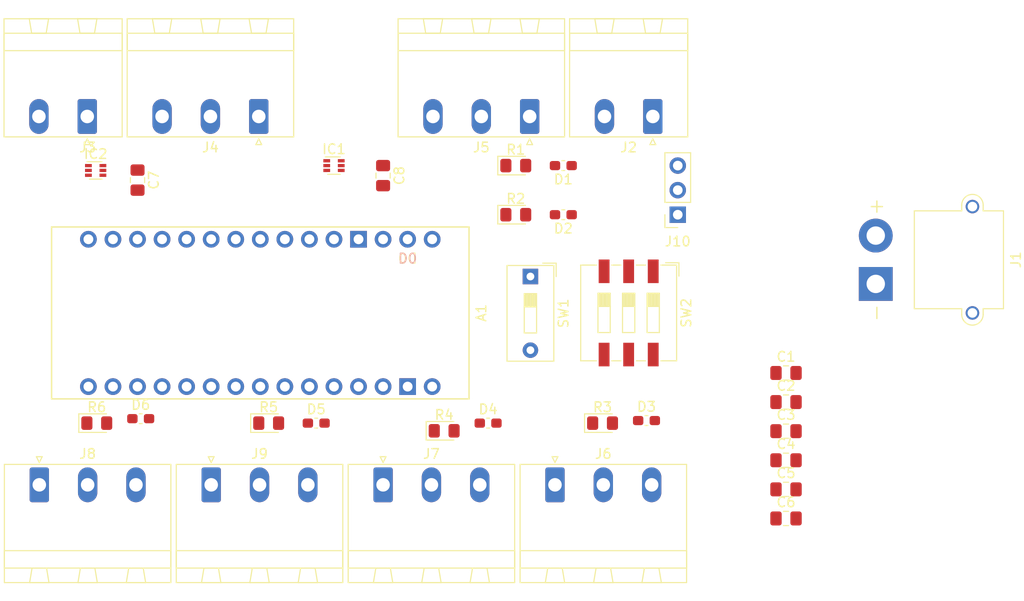
<source format=kicad_pcb>
(kicad_pcb (version 20221018) (generator pcbnew)
  (layers (0 "F.Cu" signal) (31 "B.Cu" signal) (34 "B.Paste" user) (35 "F.Paste" user) (36 "B.SilkS" user "B.Silkscreen") (37 "F.SilkS" user "F.Silkscreen") (38 "B.Mask" user) (39 "F.Mask" user) (44 "Edge.Cuts" user))
  (net 0 "")
  (net 1 "Arduino3.3V")
  (net 3 "DIST_R_INT")
  (net 4 "DIST_RM_INT")
  (net 5 "DIST_LM_INT")
  (net 6 "DIST_L_INT")
  (net 15 "MDC1_2")
  (net 16 "MDC1_1")
  (net 17 "LF_INT")
  (net 18 "PS1")
  (net 19 "PS2")
  (net 20 "PS3")
  (net 21 "START_SIGNAL")
  (net 23 "RF_INT")
  (net 24 "MDC2_2")
  (net 25 "MDC2_1")
  (net 26 "GND")
  (net 28 "ArduinoVIN")
  (net 29 "Net-(J1-Pin_1)")
  (net 30 "Net-(IC1-OUT2)")
  (net 31 "Net-(IC1-OUT1)")
  (net 32 "Net-(IC2-OUT2)")
  (net 33 "Net-(IC2-OUT1)")
  (net 34 "Net-(D2-A)")
  (net 35 "Net-(SW1-A)")
  (net 36 "Net-(D1-A)")
  (net 37 "Net-(D3-A)")
  (net 38 "Net-(D4-A)")
  (net 39 "Net-(D5-A)")
  (net 40 "Net-(D6-A)")
  (footprint "Capacitor_SMD:C_0805_2012Metric_Pad1.18x1.45mm_HandSolder" (layer "F.Cu") (at 128.0375 64.44)
    (fp_text reference "C6" (at 0 -1.68) (layer "F.SilkS"))
    (fp_text value "0.1uf")
    (pad "1" smd roundrect (at -1.0375 0) (size 1.175 1.45) (layers "F.Cu" "F.Paste" "F.Mask") (roundrect_rratio 0.212766) (net 1 "Arduino3.3V"))
    (pad "2" smd roundrect (at 1.0375 0) (size 1.175 1.45) (layers "F.Cu" "F.Paste" "F.Mask") (roundrect_rratio 0.212766) (net 26 "GND"))
  )
  (footprint "Capacitor_SMD:C_0603_1608Metric_Pad1.08x0.95mm_HandSolder" (layer "F.Cu") (at 105.0025 33.02 180)
    (fp_text reference "D2" (at 0 -1.43) (layer "F.SilkS"))
    (fp_text value "GREEN")
    (pad "1" smd roundrect (at -0.8625 0 180) (size 1.075 0.95) (layers "F.Cu" "F.Paste" "F.Mask") (net 26 "GND"))
    (pad "2" smd roundrect (at 0.8625 0 180) (size 1.075 0.95) (layers "F.Cu" "F.Paste" "F.Mask") (net 34 "Net-(D2-A)"))
  )
  (footprint "PCM_arduino-library:Arduino_Nano_ESP32_Socket" (layer "F.Cu") (at 52.07 43.18 -90)
    (fp_text reference "A1" (at 0 -44.45 90) (layer "F.SilkS"))
    (fp_text value "Arduino_Nano_ESP32_Socket")
    (fp_text user "D0" (at -5.715 -36.83 -180 unlocked) (layer "B.SilkS") (effects (justify mirror)))
    (fp_text user "D0" (at -5.715 -36.83 -180 unlocked) (layer "F.SilkS"))
    (pad "" np_thru_hole circle (at -7.62 -41.91 270) (size 1.8 1.8) (drill 1.8) (layers "F&B.Cu" "*.Mask"))
    (pad "" np_thru_hole circle (at -7.62 -1.27 270) (size 1.8 1.8) (drill 1.8) (layers "F&B.Cu" "*.Mask"))
    (pad "" np_thru_hole circle (at 7.62 -41.91 270) (size 1.8 1.8) (drill 1.8) (layers "F&B.Cu" "*.Mask"))
    (pad "" np_thru_hole circle (at 7.62 -1.27 270) (size 1.8 1.8) (drill 1.8) (layers "F&B.Cu" "*.Mask"))
    (pad "3V3" thru_hole circle (at 7.62 -6.35 270) (size 1.7272 1.7272) (drill 1.016) (layers "*.Cu" "*.Mask") (net 1 "Arduino3.3V"))
    (pad "5V" thru_hole circle (at 7.62 -31.75 270) (size 1.7272 1.7272) (drill 1.016) (layers "*.Cu" "*.Mask"))
    (pad "A0" thru_hole circle (at 7.62 -11.43 270) (size 1.7272 1.7272) (drill 1.016) (layers "*.Cu" "*.Mask") (net 3 "DIST_R_INT"))
    (pad "A1" thru_hole circle (at 7.62 -13.97 270) (size 1.7272 1.7272) (drill 1.016) (layers "*.Cu" "*.Mask") (net 4 "DIST_RM_INT"))
    (pad "A2" thru_hole circle (at 7.62 -16.51 270) (size 1.7272 1.7272) (drill 1.016) (layers "*.Cu" "*.Mask") (net 5 "DIST_LM_INT"))
    (pad "A3" thru_hole circle (at 7.62 -19.05 270) (size 1.7272 1.7272) (drill 1.016) (layers "*.Cu" "*.Mask") (net 6 "DIST_L_INT"))
    (pad "A4" thru_hole circle (at 7.62 -21.59 270) (size 1.7272 1.7272) (drill 1.016) (layers "*.Cu" "*.Mask"))
    (pad "A5" thru_hole circle (at 7.62 -24.13 270) (size 1.7272 1.7272) (drill 1.016) (layers "*.Cu" "*.Mask"))
    (pad "A6" thru_hole circle (at 7.62 -26.67 270) (size 1.7272 1.7272) (drill 1.016) (layers "*.Cu" "*.Mask"))
    (pad "A7" thru_hole circle (at 7.62 -29.21 270) (size 1.7272 1.7272) (drill 1.016) (layers "*.Cu" "*.Mask"))
    (pad "B0" thru_hole circle (at 7.62 -8.89 270) (size 1.7272 1.7272) (drill 1.016) (layers "*.Cu" "*.Mask"))
    (pad "B1" thru_hole circle (at 7.62 -34.29 270) (size 1.7272 1.7272) (drill 1.016) (layers "*.Cu" "*.Mask"))
    (pad "D0" thru_hole circle (at -7.62 -36.83 270) (size 1.7272 1.7272) (drill 1.016) (layers "*.Cu" "*.Mask"))
    (pad "D1" thru_hole circle (at -7.62 -39.37 270) (size 1.7272 1.7272) (drill 1.016) (layers "*.Cu" "*.Mask"))
    (pad "D2" thru_hole circle (at -7.62 -29.21 270) (size 1.7272 1.7272) (drill 1.016) (layers "*.Cu" "*.Mask") (net 15 "MDC1_2"))
    (pad "D3" thru_hole circle (at -7.62 -26.67 270) (size 1.7272 1.7272) (drill 1.016) (layers "*.Cu" "*.Mask") (net 16 "MDC1_1"))
    (pad "D4" thru_hole circle (at -7.62 -24.13 270) (size 1.7272 1.7272) (drill 1.016) (layers "*.Cu" "*.Mask") (net 17 "LF_INT"))
    (pad "D5" thru_hole circle (at -7.62 -21.59 270) (size 1.7272 1.7272) (drill 1.016) (layers "*.Cu" "*.Mask") (net 18 "PS1"))
    (pad "D6" thru_hole circle (at -7.62 -19.05 270) (size 1.7272 1.7272) (drill 1.016) (layers "*.Cu" "*.Mask") (net 19 "PS2"))
    (pad "D7" thru_hole circle (at -7.62 -16.51 270) (size 1.7272 1.7272) (drill 1.016) (layers "*.Cu" "*.Mask") (net 20 "PS3"))
    (pad "D8" thru_hole circle (at -7.62 -13.97 270) (size 1.7272 1.7272) (drill 1.016) (layers "*.Cu" "*.Mask") (net 21 "START_SIGNAL"))
    (pad "D9" thru_hole circle (at -7.62 -11.43 270) (size 1.7272 1.7272) (drill 1.016) (layers "*.Cu" "*.Mask"))
    (pad "D10" thru_hole circle (at -7.62 -8.89 270) (size 1.7272 1.7272) (drill 1.016) (layers "*.Cu" "*.Mask") (net 23 "RF_INT"))
    (pad "D11" thru_hole circle (at -7.62 -6.35 270) (size 1.7272 1.7272) (drill 1.016) (layers "*.Cu" "*.Mask") (net 24 "MDC2_2"))
    (pad "D12" thru_hole circle (at -7.62 -3.81 270) (size 1.7272 1.7272) (drill 1.016) (layers "*.Cu" "*.Mask") (net 25 "MDC2_1"))
    (pad "D13" thru_hole circle (at 7.62 -3.81 270) (size 1.7272 1.7272) (drill 1.016) (layers "*.Cu" "*.Mask"))
    (pad "GND1" thru_hole rect (at -7.62 -31.75 270) (size 1.7272 1.7272) (drill 1.016) (layers "*.Cu" "*.Mask") (net 26 "GND"))
    (pad "GND2" thru_hole rect (at 7.62 -36.83 270) (size 1.7272 1.7272) (drill 1.016) (layers "*.Cu" "*.Mask") (net 26 "GND"))
    (pad "RST" thru_hole circle (at -7.62 -34.29 270) (size 1.7272 1.7272) (drill 1.016) (layers "*.Cu" "*.Mask"))
    (pad "VIN" thru_hole circle (at 7.62 -39.37 270) (size 1.7272 1.7272) (drill 1.016) (layers "*.Cu" "*.Mask") (net 28 "ArduinoVIN"))
  )
  (footprint "Capacitor_SMD:C_0805_2012Metric_Pad1.18x1.45mm_HandSolder" (layer "F.Cu") (at 86.36 28.9775 -90)
    (fp_text reference "C8" (at 0 -1.68 90) (layer "F.SilkS"))
    (fp_text value "0.1uF")
    (pad "1" smd roundrect (at -1.0375 0 270) (size 1.175 1.45) (layers "F.Cu" "F.Paste" "F.Mask") (roundrect_rratio 0.212766) (net 28 "ArduinoVIN"))
    (pad "2" smd roundrect (at 1.0375 0 270) (size 1.175 1.45) (layers "F.Cu" "F.Paste" "F.Mask") (roundrect_rratio 0.212766) (net 26 "GND"))
  )
  (footprint "Diode_SMD:D_0805_2012Metric_Pad1.15x1.40mm_HandSolder" (layer "F.Cu") (at 100.085 27.94)
    (fp_text reference "R1" (at 0 -1.65) (layer "F.SilkS"))
    (fp_text value "100")
    (pad "1" smd roundrect (at -1.025 0) (size 1.15 1.4) (layers "F.Cu" "F.Paste" "F.Mask") (roundrect_rratio 0.217391) (net 1 "Arduino3.3V"))
    (pad "2" smd roundrect (at 1.025 0) (size 1.15 1.4) (layers "F.Cu" "F.Paste" "F.Mask") (roundrect_rratio 0.217391) (net 36 "Net-(D1-A)"))
  )
  (footprint "Button_Switch_SMD:SW_DIP_SPSTx03_Slide_9.78x9.8mm_W8.61mm_P2.54mm" (layer "F.Cu") (at 111.76 43.18 -90)
    (fp_text reference "SW2" (at 0 -5.96 90) (layer "F.SilkS"))
    (fp_text value "ProgSelect")
    (pad "1" smd rect (at -4.305 -2.54 270) (size 2.44 1.12) (layers "F.Cu" "F.Paste" "F.Mask") (net 26 "GND"))
    (pad "2" smd rect (at -4.305 0 270) (size 2.44 1.12) (layers "F.Cu" "F.Paste" "F.Mask") (net 26 "GND"))
    (pad "3" smd rect (at -4.305 2.54 270) (size 2.44 1.12) (layers "F.Cu" "F.Paste" "F.Mask") (net 26 "GND"))
    (pad "4" smd rect (at 4.305 2.54 270) (size 2.44 1.12) (layers "F.Cu" "F.Paste" "F.Mask") (net 20 "PS3"))
    (pad "5" smd rect (at 4.305 0 270) (size 2.44 1.12) (layers "F.Cu" "F.Paste" "F.Mask") (net 19 "PS2"))
    (pad "6" smd rect (at 4.305 -2.54 270) (size 2.44 1.12) (layers "F.Cu" "F.Paste" "F.Mask") (net 18 "PS1"))
  )
  (footprint "Connector_Phoenix_MSTB:PhoenixContact_MSTBA_2,5_3-G_1x03_P5.00mm_Horizontal" (layer "F.Cu") (at 86.36 60.96)
    (fp_text reference "J7" (at 5 -3.2) (layer "F.SilkS"))
    (fp_text value "DIST_LM")
    (pad "1" thru_hole roundrect (at 0 0) (size 2 3.6) (drill 1.4) (layers "*.Cu" "*.Mask") (roundrect_rratio 0.125) (net 1 "Arduino3.3V"))
    (pad "2" thru_hole oval (at 5 0) (size 2 3.6) (drill 1.4) (layers "*.Cu" "*.Mask") (net 5 "DIST_LM_INT"))
    (pad "3" thru_hole oval (at 10 0) (size 2 3.6) (drill 1.4) (layers "*.Cu" "*.Mask") (net 26 "GND"))
  )
  (footprint "Capacitor_SMD:C_0603_1608Metric_Pad1.08x0.95mm_HandSolder" (layer "F.Cu") (at 113.605 54.3125)
    (fp_text reference "D3" (at 0 -1.43) (layer "F.SilkS"))
    (fp_text value "GREEN")
    (pad "1" smd roundrect (at -0.8625 0) (size 1.075 0.95) (layers "F.Cu" "F.Paste" "F.Mask") (net 26 "GND"))
    (pad "2" smd roundrect (at 0.8625 0) (size 1.075 0.95) (layers "F.Cu" "F.Paste" "F.Mask") (net 37 "Net-(D3-A)"))
  )
  (footprint "Connector_PinSocket_2.54mm:PinSocket_1x03_P2.54mm_Vertical" (layer "F.Cu") (at 116.84 33.02 180)
    (fp_text reference "J10" (at 0 -2.77) (layer "F.SilkS"))
    (fp_text value "START_M")
    (pad "1" thru_hole rect (at 0 0 180) (size 1.7 1.7) (drill 1) (layers "*.Cu" "*.Mask") (net 1 "Arduino3.3V"))
    (pad "2" thru_hole oval (at 0 2.54 180) (size 1.7 1.7) (drill 1) (layers "*.Cu" "*.Mask") (net 26 "GND"))
    (pad "3" thru_hole oval (at 0 5.08 180) (size 1.7 1.7) (drill 1) (layers "*.Cu" "*.Mask") (net 21 "START_SIGNAL"))
  )
  (footprint "Connector_Phoenix_MSTB:PhoenixContact_MSTBA_2,5_3-G_1x03_P5.00mm_Horizontal" (layer "F.Cu") (at 50.8 60.96)
    (fp_text reference "J8" (at 5 -3.2) (layer "F.SilkS"))
    (fp_text value "DIST_R")
    (pad "1" thru_hole roundrect (at 0 0) (size 2 3.6) (drill 1.4) (layers "*.Cu" "*.Mask") (roundrect_rratio 0.125) (net 1 "Arduino3.3V"))
    (pad "2" thru_hole oval (at 5 0) (size 2 3.6) (drill 1.4) (layers "*.Cu" "*.Mask") (net 3 "DIST_R_INT"))
    (pad "3" thru_hole oval (at 10 0) (size 2 3.6) (drill 1.4) (layers "*.Cu" "*.Mask") (net 26 "GND"))
  )
  (footprint "Capacitor_SMD:C_0805_2012Metric_Pad1.18x1.45mm_HandSolder" (layer "F.Cu") (at 60.96 29.4425 -90)
    (fp_text reference "C7" (at 0 -1.68 90) (layer "F.SilkS"))
    (fp_text value "0.1uF")
    (pad "1" smd roundrect (at -1.0375 0 270) (size 1.175 1.45) (layers "F.Cu" "F.Paste" "F.Mask") (roundrect_rratio 0.212766) (net 28 "ArduinoVIN"))
    (pad "2" smd roundrect (at 1.0375 0 270) (size 1.175 1.45) (layers "F.Cu" "F.Paste" "F.Mask") (roundrect_rratio 0.212766) (net 26 "GND"))
  )
  (footprint "Capacitor_SMD:C_0805_2012Metric_Pad1.18x1.45mm_HandSolder" (layer "F.Cu") (at 128.0375 55.41)
    (fp_text reference "C3" (at 0 -1.68) (layer "F.SilkS"))
    (fp_text value "0.1uf")
    (pad "1" smd roundrect (at -1.0375 0) (size 1.175 1.45) (layers "F.Cu" "F.Paste" "F.Mask") (roundrect_rratio 0.212766) (net 28 "ArduinoVIN"))
    (pad "2" smd roundrect (at 1.0375 0) (size 1.175 1.45) (layers "F.Cu" "F.Paste" "F.Mask") (roundrect_rratio 0.212766) (net 26 "GND"))
  )
  (footprint "Capacitor_SMD:C_0603_1608Metric_Pad1.08x0.95mm_HandSolder" (layer "F.Cu") (at 105.0025 27.94 180)
    (fp_text reference "D1" (at 0 -1.43) (layer "F.SilkS"))
    (fp_text value "GREEN")
    (pad "1" smd roundrect (at -0.8625 0 180) (size 1.075 0.95) (layers "F.Cu" "F.Paste" "F.Mask") (net 26 "GND"))
    (pad "2" smd roundrect (at 0.8625 0 180) (size 1.075 0.95) (layers "F.Cu" "F.Paste" "F.Mask") (net 36 "Net-(D1-A)"))
  )
  (footprint "Package_TO_SOT_SMD:SOT-563" (layer "F.Cu") (at 56.63 28.44)
    (fp_text reference "IC2" (at 0 -1.7) (layer "F.SilkS"))
    (fp_text value "DRV8212DRLR")
    (pad "1" smd rect (at -0.75 -0.5) (size 0.7 0.34) (layers "F.Cu" "F.Paste" "F.Mask") (net 25 "MDC2_1"))
    (pad "2" smd rect (at -0.75 0) (size 0.7 0.34) (layers "F.Cu" "F.Paste" "F.Mask") (net 24 "MDC2_2"))
    (pad "3" smd rect (at -0.75 0.5) (size 0.7 0.34) (layers "F.Cu" "F.Paste" "F.Mask") (net 26 "GND"))
    (pad "4" smd rect (at 0.75 0.5) (size 0.7 0.34) (layers "F.Cu" "F.Paste" "F.Mask") (net 32 "Net-(IC2-OUT2)"))
    (pad "5" smd rect (at 0.75 0) (size 0.7 0.34) (layers "F.Cu" "F.Paste" "F.Mask") (net 28 "ArduinoVIN"))
    (pad "6" smd rect (at 0.75 -0.5) (size 0.7 0.34) (layers "F.Cu" "F.Paste" "F.Mask") (net 33 "Net-(IC2-OUT1)"))
  )
  (footprint "Connector_Phoenix_MSTB:PhoenixContact_MSTBA_2,5_3-G_1x03_P5.00mm_Horizontal" (layer "F.Cu") (at 104.14 60.96)
    (fp_text reference "J6" (at 5 -3.2) (layer "F.SilkS"))
    (fp_text value "DIST_L")
    (pad "1" thru_hole roundrect (at 0 0) (size 2 3.6) (drill 1.4) (layers "*.Cu" "*.Mask") (roundrect_rratio 0.125) (net 1 "Arduino3.3V"))
    (pad "2" thru_hole oval (at 5 0) (size 2 3.6) (drill 1.4) (layers "*.Cu" "*.Mask") (net 6 "DIST_L_INT"))
    (pad "3" thru_hole oval (at 10 0) (size 2 3.6) (drill 1.4) (layers "*.Cu" "*.Mask") (net 26 "GND"))
  )
  (footprint "Diode_SMD:D_0805_2012Metric_Pad1.15x1.40mm_HandSolder" (layer "F.Cu") (at 100.085 33.02)
    (fp_text reference "R2" (at 0 -1.65) (layer "F.SilkS"))
    (fp_text value "600")
    (pad "1" smd roundrect (at -1.025 0) (size 1.15 1.4) (layers "F.Cu" "F.Paste" "F.Mask") (roundrect_rratio 0.217391) (net 28 "ArduinoVIN"))
    (pad "2" smd roundrect (at 1.025 0) (size 1.15 1.4) (layers "F.Cu" "F.Paste" "F.Mask") (roundrect_rratio 0.217391) (net 34 "Net-(D2-A)"))
  )
  (footprint "Capacitor_SMD:C_0805_2012Metric_Pad1.18x1.45mm_HandSolder" (layer "F.Cu") (at 128.0375 58.42)
    (fp_text reference "C4" (at 0 -1.68) (layer "F.SilkS"))
    (fp_text value "0.1uf")
    (pad "1" smd roundrect (at -1.0375 0) (size 1.175 1.45) (layers "F.Cu" "F.Paste" "F.Mask") (roundrect_rratio 0.212766) (net 1 "Arduino3.3V"))
    (pad "2" smd roundrect (at 1.0375 0) (size 1.175 1.45) (layers "F.Cu" "F.Paste" "F.Mask") (roundrect_rratio 0.212766) (net 26 "GND"))
  )
  (footprint "Diode_SMD:D_0805_2012Metric_Pad1.15x1.40mm_HandSolder" (layer "F.Cu") (at 109.06 54.5775)
    (fp_text reference "R3" (at 0 -1.65) (layer "F.SilkS"))
    (fp_text value "100")
    (pad "1" smd roundrect (at -1.025 0) (size 1.15 1.4) (layers "F.Cu" "F.Paste" "F.Mask") (roundrect_rratio 0.217391) (net 6 "DIST_L_INT"))
    (pad "2" smd roundrect (at 1.025 0) (size 1.15 1.4) (layers "F.Cu" "F.Paste" "F.Mask") (roundrect_rratio 0.217391) (net 37 "Net-(D3-A)"))
  )
  (footprint "Diode_SMD:D_0805_2012Metric_Pad1.15x1.40mm_HandSolder" (layer "F.Cu") (at 92.6775 55.3725)
    (fp_text reference "R4" (at 0 -1.65) (layer "F.SilkS"))
    (fp_text value "100")
    (pad "1" smd roundrect (at -1.025 0) (size 1.15 1.4) (layers "F.Cu" "F.Paste" "F.Mask") (roundrect_rratio 0.217391) (net 5 "DIST_LM_INT"))
    (pad "2" smd roundrect (at 1.025 0) (size 1.15 1.4) (layers "F.Cu" "F.Paste" "F.Mask") (roundrect_rratio 0.217391) (net 38 "Net-(D4-A)"))
  )
  (footprint "Capacitor_SMD:C_0603_1608Metric_Pad1.08x0.95mm_HandSolder" (layer "F.Cu") (at 61.29 54.1175)
    (fp_text reference "D6" (at 0 -1.43) (layer "F.SilkS"))
    (fp_text value "GREEN")
    (pad "1" smd roundrect (at -0.8625 0) (size 1.075 0.95) (layers "F.Cu" "F.Paste" "F.Mask") (net 26 "GND"))
    (pad "2" smd roundrect (at 0.8625 0) (size 1.075 0.95) (layers "F.Cu" "F.Paste" "F.Mask") (net 40 "Net-(D6-A)"))
  )
  (footprint "Capacitor_SMD:C_0805_2012Metric_Pad1.18x1.45mm_HandSolder" (layer "F.Cu") (at 128.0375 61.43)
    (fp_text reference "C5" (at 0 -1.68) (layer "F.SilkS"))
    (fp_text value "0.1uf")
    (pad "1" smd roundrect (at -1.0375 0) (size 1.175 1.45) (layers "F.Cu" "F.Paste" "F.Mask") (roundrect_rratio 0.212766) (net 1 "Arduino3.3V"))
    (pad "2" smd roundrect (at 1.0375 0) (size 1.175 1.45) (layers "F.Cu" "F.Paste" "F.Mask") (roundrect_rratio 0.212766) (net 26 "GND"))
  )
  (footprint "Capacitor_SMD:C_0805_2012Metric_Pad1.18x1.45mm_HandSolder" (layer "F.Cu") (at 128.0375 49.39)
    (fp_text reference "C1" (at 0 -1.68) (layer "F.SilkS"))
    (fp_text value "0.1uf")
    (pad "1" smd roundrect (at -1.0375 0) (size 1.175 1.45) (layers "F.Cu" "F.Paste" "F.Mask") (roundrect_rratio 0.212766) (net 28 "ArduinoVIN"))
    (pad "2" smd roundrect (at 1.0375 0) (size 1.175 1.45) (layers "F.Cu" "F.Paste" "F.Mask") (roundrect_rratio 0.212766) (net 26 "GND"))
  )
  (footprint "Diode_SMD:D_0805_2012Metric_Pad1.15x1.40mm_HandSolder" (layer "F.Cu") (at 56.745 54.5775)
    (fp_text reference "R6" (at 0 -1.65) (layer "F.SilkS"))
    (fp_text value "100")
    (pad "1" smd roundrect (at -1.025 0) (size 1.15 1.4) (layers "F.Cu" "F.Paste" "F.Mask") (roundrect_rratio 0.217391) (net 3 "DIST_R_INT"))
    (pad "2" smd roundrect (at 1.025 0) (size 1.15 1.4) (layers "F.Cu" "F.Paste" "F.Mask") (roundrect_rratio 0.217391) (net 40 "Net-(D6-A)"))
  )
  (footprint "Connector_Phoenix_MSTB:PhoenixContact_MSTBA_2,5_3-G_1x03_P5.00mm_Horizontal" (layer "F.Cu") (at 73.5 22.86 180)
    (fp_text reference "J4" (at 5 -3.2) (layer "F.SilkS"))
    (fp_text value "LINE_RF")
    (pad "1" thru_hole roundrect (at 0 0 180) (size 2 3.6) (drill 1.4) (layers "*.Cu" "*.Mask") (roundrect_rratio 0.125) (net 1 "Arduino3.3V"))
    (pad "2" thru_hole oval (at 5 0 180) (size 2 3.6) (drill 1.4) (layers "*.Cu" "*.Mask") (net 23 "RF_INT"))
    (pad "3" thru_hole oval (at 10 0 180) (size 2 3.6) (drill 1.4) (layers "*.Cu" "*.Mask") (net 26 "GND"))
  )
  (footprint "Package_TO_SOT_SMD:SOT-563" (layer "F.Cu") (at 81.28 27.94)
    (fp_text reference "IC1" (at 0 -1.7) (layer "F.SilkS"))
    (fp_text value "DRV8212DRLR")
    (pad "1" smd rect (at -0.75 -0.5) (size 0.7 0.34) (layers "F.Cu" "F.Paste" "F.Mask") (net 16 "MDC1_1"))
    (pad "2" smd rect (at -0.75 0) (size 0.7 0.34) (layers "F.Cu" "F.Paste" "F.Mask") (net 15 "MDC1_2"))
    (pad "3" smd rect (at -0.75 0.5) (size 0.7 0.34) (layers "F.Cu" "F.Paste" "F.Mask") (net 26 "GND"))
    (pad "4" smd rect (at 0.75 0.5) (size 0.7 0.34) (layers "F.Cu" "F.Paste" "F.Mask") (net 30 "Net-(IC1-OUT2)"))
    (pad "5" smd rect (at 0.75 0) (size 0.7 0.34) (layers "F.Cu" "F.Paste" "F.Mask") (net 28 "ArduinoVIN"))
    (pad "6" smd rect (at 0.75 -0.5) (size 0.7 0.34) (layers "F.Cu" "F.Paste" "F.Mask") (net 31 "Net-(IC1-OUT1)"))
  )
  (footprint "Connector_Phoenix_MSTB:PhoenixContact_MSTBA_2,5_3-G_1x03_P5.00mm_Horizontal" (layer "F.Cu") (at 101.52 22.86 180)
    (fp_text reference "J5" (at 5 -3.2) (layer "F.SilkS"))
    (fp_text value "LINE_LF")
    (pad "1" thru_hole roundrect (at 0 0 180) (size 2 3.6) (drill 1.4) (layers "*.Cu" "*.Mask") (roundrect_rratio 0.125) (net 1 "Arduino3.3V"))
    (pad "2" thru_hole oval (at 5 0 180) (size 2 3.6) (drill 1.4) (layers "*.Cu" "*.Mask") (net 17 "LF_INT"))
    (pad "3" thru_hole oval (at 10 0 180) (size 2 3.6) (drill 1.4) (layers "*.Cu" "*.Mask") (net 26 "GND"))
  )
  (footprint "Diode_SMD:D_0805_2012Metric_Pad1.15x1.40mm_HandSolder" (layer "F.Cu") (at 74.525 54.5775)
    (fp_text reference "R5" (at 0 -1.65) (layer "F.SilkS"))
    (fp_text value "100")
    (pad "1" smd roundrect (at -1.025 0) (size 1.15 1.4) (layers "F.Cu" "F.Paste" "F.Mask") (roundrect_rratio 0.217391) (net 4 "DIST_RM_INT"))
    (pad "2" smd roundrect (at 1.025 0) (size 1.15 1.4) (layers "F.Cu" "F.Paste" "F.Mask") (roundrect_rratio 0.217391) (net 39 "Net-(D5-A)"))
  )
  (footprint "Capacitor_SMD:C_0603_1608Metric_Pad1.08x0.95mm_HandSolder" (layer "F.Cu") (at 97.2225 54.5775)
    (fp_text reference "D4" (at 0 -1.43) (layer "F.SilkS"))
    (fp_text value "GREEN")
    (pad "1" smd roundrect (at -0.8625 0) (size 1.075 0.95) (layers "F.Cu" "F.Paste" "F.Mask") (net 26 "GND"))
    (pad "2" smd roundrect (at 0.8625 0) (size 1.075 0.95) (layers "F.Cu" "F.Paste" "F.Mask") (net 38 "Net-(D4-A)"))
  )
  (footprint "Connector_Phoenix_MSTB:PhoenixContact_MSTBA_2,5_2-G_1x02_P5.00mm_Horizontal" (layer "F.Cu") (at 114.26 22.86 180)
    (fp_text reference "J2" (at 2.5 -3.2) (layer "F.SilkS"))
    (fp_text value "BDC1")
    (pad "1" thru_hole roundrect (at 0 0 180) (size 2 3.6) (drill 1.4) (layers "*.Cu" "*.Mask") (roundrect_rratio 0.125) (net 30 "Net-(IC1-OUT2)"))
    (pad "2" thru_hole oval (at 5 0 180) (size 2 3.6) (drill 1.4) (layers "*.Cu" "*.Mask") (net 31 "Net-(IC1-OUT1)"))
  )
  (footprint "Connector_AMASS:AMASS_XT30PW-M_1x02_P2.50mm_Horizontal" (layer "F.Cu") (at 137.32 40.18 -90)
    (fp_text reference "J1" (at -2.5 -14.5 90) (layer "F.SilkS"))
    (fp_text value "Battery")
    (fp_text user "-" (at 3 0 90) (layer "F.SilkS") (effects (font (size 1.5 1.5))))
    (fp_text user "+" (at -8 0 90) (layer "F.SilkS") (effects (font (size 1.5 1.5))))
    (pad "" thru_hole circle (at -8 -10 270) (size 1.4 1.4) (drill 1) (layers "*.Cu" "*.Mask"))
    (pad "" thru_hole circle (at 3 -10 270) (size 1.4 1.4) (drill 1) (layers "*.Cu" "*.Mask"))
    (pad "1" thru_hole rect (at 0 0 270) (size 3.5 3.5) (drill 1.9) (layers "*.Cu" "*.Mask") (net 29 "Net-(J1-Pin_1)"))
    (pad "2" thru_hole circle (at -5 0 270) (size 3.5 3.5) (drill 1.9) (layers "*.Cu" "*.Mask") (net 26 "GND"))
  )
  (footprint "Connector_Phoenix_MSTB:PhoenixContact_MSTBA_2,5_3-G_1x03_P5.00mm_Horizontal" (layer "F.Cu") (at 68.58 60.96)
    (fp_text reference "J9" (at 5 -3.2) (layer "F.SilkS"))
    (fp_text value "DIST_RM")
    (pad "1" thru_hole roundrect (at 0 0) (size 2 3.6) (drill 1.4) (layers "*.Cu" "*.Mask") (roundrect_rratio 0.125) (net 1 "Arduino3.3V"))
    (pad "2" thru_hole oval (at 5 0) (size 2 3.6) (drill 1.4) (layers "*.Cu" "*.Mask") (net 4 "DIST_RM_INT"))
    (pad "3" thru_hole oval (at 10 0) (size 2 3.6) (drill 1.4) (layers "*.Cu" "*.Mask") (net 26 "GND"))
  )
  (footprint "Capacitor_SMD:C_0805_2012Metric_Pad1.18x1.45mm_HandSolder" (layer "F.Cu") (at 128.0375 52.4)
    (fp_text reference "C2" (at 0 -1.68) (layer "F.SilkS"))
    (fp_text value "0.1uf")
    (pad "1" smd roundrect (at -1.0375 0) (size 1.175 1.45) (layers "F.Cu" "F.Paste" "F.Mask") (roundrect_rratio 0.212766) (net 28 "ArduinoVIN"))
    (pad "2" smd roundrect (at 1.0375 0) (size 1.175 1.45) (layers "F.Cu" "F.Paste" "F.Mask") (roundrect_rratio 0.212766) (net 26 "GND"))
  )
  (footprint "Connector_Phoenix_MSTB:PhoenixContact_MSTBA_2,5_2-G_1x02_P5.00mm_Horizontal" (layer "F.Cu") (at 55.76 22.86 180)
    (fp_text reference "J3" (at -0.04 -3.2) (layer "F.SilkS"))
    (fp_text value "BDC2")
    (pad "1" thru_hole roundrect (at 0 0 180) (size 2 3.6) (drill 1.4) (layers "*.Cu" "*.Mask") (roundrect_rratio 0.125) (net 32 "Net-(IC2-OUT2)"))
    (pad "2" thru_hole oval (at 5 0 180) (size 2 3.6) (drill 1.4) (layers "*.Cu" "*.Mask") (net 33 "Net-(IC2-OUT1)"))
  )
  (footprint "Button_Switch_THT:SW_DIP_SPSTx01_Slide_9.78x4.72mm_W7.62mm_P2.54mm" (layer "F.Cu") (at 101.6 39.4125 -90)
    (fp_text reference "SW1" (at 3.81 -3.42 90) (layer "F.SilkS"))
    (fp_text value "SW_SPST")
    (pad "1" thru_hole rect (at 0 0 270) (size 1.6 1.6) (drill 0.8) (layers "*.Cu" "*.Mask") (net 35 "Net-(SW1-A)"))
    (pad "2" thru_hole oval (at 7.62 0 270) (size 1.6 1.6) (drill 0.8) (layers "*.Cu" "*.Mask") (net 29 "Net-(J1-Pin_1)"))
  )
  (footprint "Capacitor_SMD:C_0603_1608Metric_Pad1.08x0.95mm_HandSolder" (layer "F.Cu") (at 79.4425 54.5775)
    (fp_text reference "D5" (at 0 -1.43) (layer "F.SilkS"))
    (fp_text value "GREEN")
    (pad "1" smd roundrect (at -0.8625 0) (size 1.075 0.95) (layers "F.Cu" "F.Paste" "F.Mask") (net 26 "GND"))
    (pad "2" smd roundrect (at 0.8625 0) (size 1.075 0.95) (layers "F.Cu" "F.Paste" "F.Mask") (net 39 "Net-(D5-A)"))
  )
)
</source>
